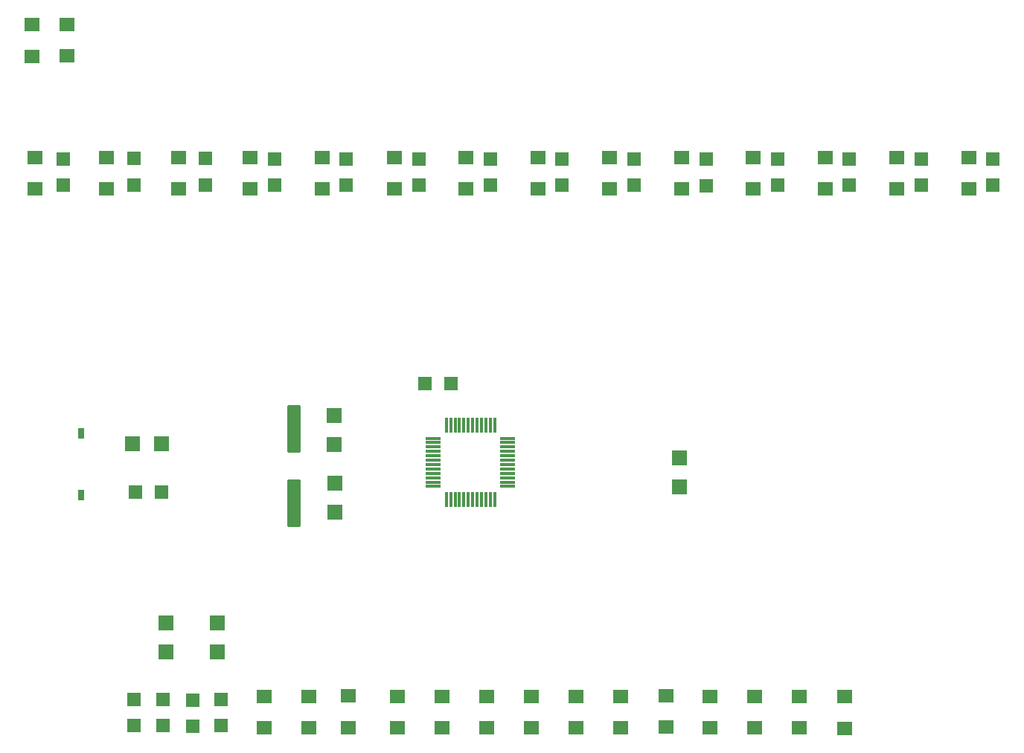
<source format=gtp>
G04*
G04 #@! TF.GenerationSoftware,Altium Limited,Altium Designer,21.3.2 (30)*
G04*
G04 Layer_Color=8421504*
%FSTAX24Y24*%
%MOIN*%
G70*
G04*
G04 #@! TF.SameCoordinates,7032F62B-6258-4621-937C-C93DEBE01454*
G04*
G04*
G04 #@! TF.FilePolarity,Positive*
G04*
G01*
G75*
%ADD21R,0.0630X0.0591*%
%ADD22R,0.0650X0.0600*%
%ADD23R,0.0591X0.0630*%
%ADD24R,0.0669X0.0669*%
%ADD25R,0.0669X0.0118*%
%ADD26R,0.0118X0.0669*%
G04:AMPARAMS|DCode=27|XSize=216.5mil|YSize=59.1mil|CornerRadius=7.4mil|HoleSize=0mil|Usage=FLASHONLY|Rotation=270.000|XOffset=0mil|YOffset=0mil|HoleType=Round|Shape=RoundedRectangle|*
%AMROUNDEDRECTD27*
21,1,0.2165,0.0443,0,0,270.0*
21,1,0.2018,0.0591,0,0,270.0*
1,1,0.0148,-0.0221,-0.1009*
1,1,0.0148,-0.0221,0.1009*
1,1,0.0148,0.0221,0.1009*
1,1,0.0148,0.0221,-0.1009*
%
%ADD27ROUNDEDRECTD27*%
%ADD28R,0.0669X0.0669*%
%ADD29R,0.0315X0.0472*%
D21*
X02076Y034539D02*
D03*
Y035721D02*
D03*
X0144Y034529D02*
D03*
Y035711D02*
D03*
X01757Y03454D02*
D03*
Y035721D02*
D03*
X023858Y034533D02*
D03*
Y035714D02*
D03*
X027077Y034533D02*
D03*
Y035714D02*
D03*
X030345Y034533D02*
D03*
Y035714D02*
D03*
X033514Y034533D02*
D03*
Y035714D02*
D03*
X036733Y034533D02*
D03*
Y035714D02*
D03*
X039951Y034533D02*
D03*
Y035714D02*
D03*
X0432Y035691D02*
D03*
Y034509D02*
D03*
X046388Y035714D02*
D03*
Y034533D02*
D03*
X049607D02*
D03*
Y035714D02*
D03*
X052825D02*
D03*
Y034533D02*
D03*
X056044D02*
D03*
Y035714D02*
D03*
X021472Y011474D02*
D03*
Y010293D02*
D03*
X017572Y011474D02*
D03*
Y010293D02*
D03*
X018872D02*
D03*
Y011474D02*
D03*
X0202Y011441D02*
D03*
Y010259D02*
D03*
D22*
X013121Y034362D02*
D03*
Y035782D02*
D03*
X016339Y034362D02*
D03*
Y035782D02*
D03*
X019558Y034362D02*
D03*
Y035782D02*
D03*
X022776Y034362D02*
D03*
Y035782D02*
D03*
X025995Y034362D02*
D03*
Y035782D02*
D03*
X029213Y034362D02*
D03*
Y035782D02*
D03*
X032432Y034362D02*
D03*
Y035782D02*
D03*
X03565Y034362D02*
D03*
Y035782D02*
D03*
X038869Y034362D02*
D03*
Y035782D02*
D03*
X042087Y034362D02*
D03*
Y035782D02*
D03*
X045306Y034362D02*
D03*
Y035782D02*
D03*
X048524Y034362D02*
D03*
Y035782D02*
D03*
X051743Y034362D02*
D03*
Y035782D02*
D03*
X054962D02*
D03*
Y034362D02*
D03*
X01298Y0403D02*
D03*
Y04172D02*
D03*
X01457Y04032D02*
D03*
Y04174D02*
D03*
X04938Y01159D02*
D03*
Y01017D02*
D03*
X04736Y011613D02*
D03*
Y010193D02*
D03*
X045362Y011613D02*
D03*
Y010193D02*
D03*
X043364Y011613D02*
D03*
Y010193D02*
D03*
X04138Y01164D02*
D03*
Y01022D02*
D03*
X039368Y011613D02*
D03*
Y010193D02*
D03*
X03737Y011613D02*
D03*
Y010193D02*
D03*
X035371Y011613D02*
D03*
Y010193D02*
D03*
X025381Y011613D02*
D03*
Y010193D02*
D03*
X029377Y011613D02*
D03*
Y010193D02*
D03*
X033373Y011613D02*
D03*
Y010193D02*
D03*
X031375Y011613D02*
D03*
Y010193D02*
D03*
X02717Y01163D02*
D03*
Y01021D02*
D03*
X023383Y011613D02*
D03*
Y010193D02*
D03*
D23*
X030579Y02563D02*
D03*
X031761D02*
D03*
X017618Y020768D02*
D03*
X018799D02*
D03*
D24*
X02656Y02115D02*
D03*
Y01985D02*
D03*
X02654Y0229D02*
D03*
Y0242D02*
D03*
X0213Y0149D02*
D03*
Y0136D02*
D03*
X01898Y0149D02*
D03*
Y0136D02*
D03*
X042011Y021014D02*
D03*
Y022314D02*
D03*
D25*
X030967Y023182D02*
D03*
Y022985D02*
D03*
Y022788D02*
D03*
Y022591D02*
D03*
Y022394D02*
D03*
Y022197D02*
D03*
Y022D02*
D03*
Y021804D02*
D03*
Y021607D02*
D03*
Y02141D02*
D03*
Y021213D02*
D03*
Y021016D02*
D03*
X034304D02*
D03*
Y021213D02*
D03*
Y02141D02*
D03*
Y021607D02*
D03*
Y021804D02*
D03*
Y022D02*
D03*
Y022197D02*
D03*
Y022394D02*
D03*
Y022591D02*
D03*
Y022788D02*
D03*
Y022985D02*
D03*
Y023182D02*
D03*
D26*
X031552Y02043D02*
D03*
X031749D02*
D03*
X031946D02*
D03*
X032143D02*
D03*
X03234D02*
D03*
X032537D02*
D03*
X032733D02*
D03*
X03293D02*
D03*
X033127D02*
D03*
X033324D02*
D03*
X033521D02*
D03*
X033718D02*
D03*
Y023767D02*
D03*
X033521D02*
D03*
X033324D02*
D03*
X033127D02*
D03*
X03293D02*
D03*
X032733D02*
D03*
X032537D02*
D03*
X03234D02*
D03*
X032143D02*
D03*
X031946D02*
D03*
X031749D02*
D03*
X031552D02*
D03*
D27*
X024739Y023595D02*
D03*
Y020249D02*
D03*
D28*
X018799Y022933D02*
D03*
X0175D02*
D03*
D29*
X015194Y023401D02*
D03*
Y020645D02*
D03*
M02*

</source>
